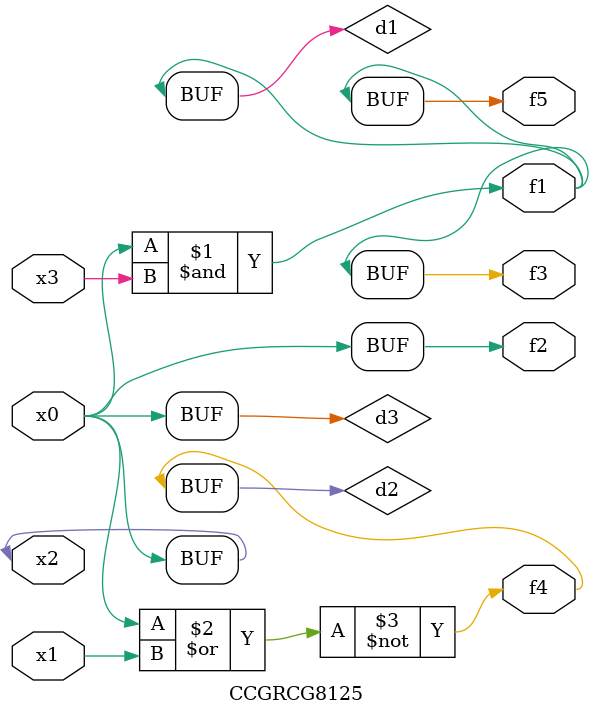
<source format=v>
module CCGRCG8125(
	input x0, x1, x2, x3,
	output f1, f2, f3, f4, f5
);

	wire d1, d2, d3;

	and (d1, x2, x3);
	nor (d2, x0, x1);
	buf (d3, x0, x2);
	assign f1 = d1;
	assign f2 = d3;
	assign f3 = d1;
	assign f4 = d2;
	assign f5 = d1;
endmodule

</source>
